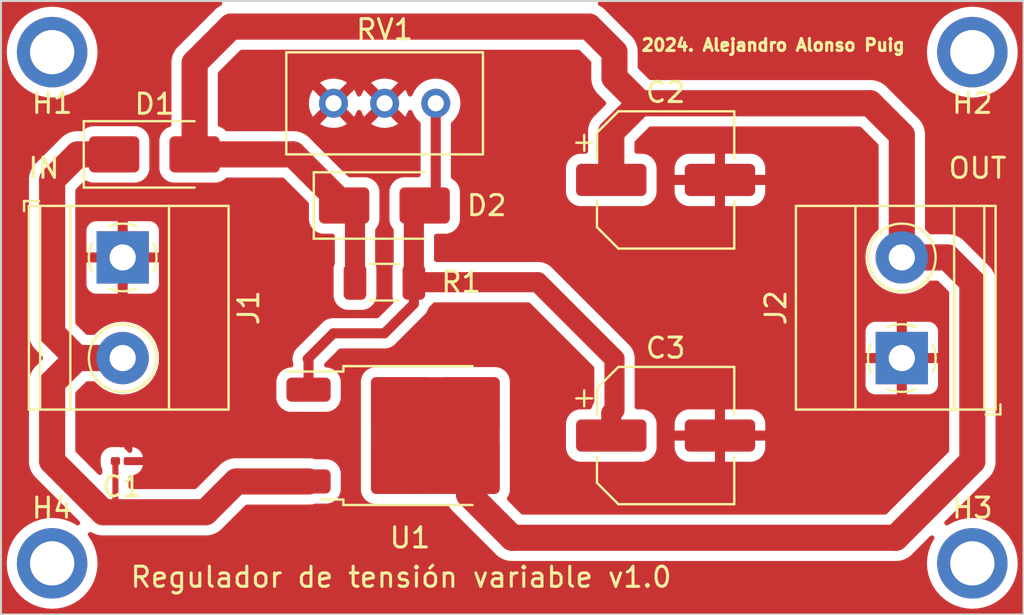
<source format=kicad_pcb>
(kicad_pcb (version 20221018) (generator pcbnew)
  (layers (0 "F.Cu" signal) (31 "B.Cu" signal) (34 "B.Paste" user) (35 "F.Paste" user) (36 "B.SilkS" user "B.Silkscreen") (37 "F.SilkS" user "F.Silkscreen") (38 "B.Mask" user) (39 "F.Mask" user) (44 "Edge.Cuts" user))
  (net 0 "")
  (net 1 "/V_IN")
  (net 2 "GND")
  (net 3 "/V_OUT")
  (net 4 "Net-(D2-A)")
  (footprint "Potentiometer_THT:Potentiometer_Bourns_3296W_Vertical" (layer "F.Cu") (at 161.3 77.47)
    (fp_text reference "RV1" (at -2.54 -3.66) (layer "F.SilkS"))
    (fp_text value "5k" hide)
    (fp_line (start -7.425 -2.53) (end -7.425 2.54) (stroke (width 0.12)) (layer "F.SilkS"))
    (fp_line (start -7.425 -2.53) (end 2.345 -2.53) (stroke (width 0.12)) (layer "F.SilkS"))
    (fp_line (start -7.425 2.54) (end 2.345 2.54) (stroke (width 0.12)) (layer "F.SilkS"))
    (fp_line (start 2.345 -2.53) (end 2.345 2.54) (stroke (width 0.12)) (layer "F.SilkS"))
    (pad "1" thru_hole circle (at 0 0) (size 1.44 1.44) (drill 0.8) (layers "*.Cu" "*.Mask") (net 4 "Net-(D2-A)"))
    (pad "2" thru_hole circle (at -2.54 0) (size 1.44 1.44) (drill 0.8) (layers "*.Cu" "*.Mask") (net 2 "GND"))
    (pad "3" thru_hole circle (at -5.08 0) (size 1.44 1.44) (drill 0.8) (layers "*.Cu" "*.Mask") (net 2 "GND"))
  )
  (footprint "TerminalBlock_Phoenix:TerminalBlock_Phoenix_MKDS-1,5-2_1x02_P5.00mm_Horizontal" (layer "F.Cu") (at 145.745 85.13 -90)
    (fp_text reference "J1" (at 2.5 -6.26 90) (layer "F.SilkS"))
    (fp_text value "Screw_Terminal_01x02" hide)
    (fp_line (start -2.8 4.16) (end -2.8 4.9) (stroke (width 0.12)) (layer "F.SilkS"))
    (fp_line (start -2.8 4.9) (end -2.3 4.9) (stroke (width 0.12)) (layer "F.SilkS"))
    (fp_line (start -2.56 -5.261) (end -2.56 4.66) (stroke (width 0.12)) (layer "F.SilkS"))
    (fp_line (start -2.56 -5.261) (end 7.56 -5.261) (stroke (width 0.12)) (layer "F.SilkS"))
    (fp_line (start -2.56 -2.301) (end 7.56 -2.301) (stroke (width 0.12)) (layer "F.SilkS"))
    (fp_line (start -2.56 2.6) (end 7.56 2.6) (stroke (width 0.12)) (layer "F.SilkS"))
    (fp_line (start -2.56 4.1) (end 7.56 4.1) (stroke (width 0.12)) (layer "F.SilkS"))
    (fp_line (start -2.56 4.66) (end 7.56 4.66) (stroke (width 0.12)) (layer "F.SilkS"))
    (fp_line (start 3.773 1.023) (end 3.726 1.069) (stroke (width 0.12)) (layer "F.SilkS"))
    (fp_line (start 3.966 1.239) (end 3.931 1.274) (stroke (width 0.12)) (layer "F.SilkS"))
    (fp_line (start 6.07 -1.275) (end 6.035 -1.239) (stroke (width 0.12)) (layer "F.SilkS"))
    (fp_line (start 6.275 -1.069) (end 6.228 -1.023) (stroke (width 0.12)) (layer "F.SilkS"))
    (fp_line (start 7.56 -5.261) (end 7.56 4.66) (stroke (width 0.12)) (layer "F.SilkS"))
    (fp_arc (start -1.535427 0.683042) (mid -1.680501 -0.000524) (end -1.535 -0.684) (stroke (width 0.12)) (layer "F.SilkS"))
    (fp_arc (start -0.683042 -1.535427) (mid 0.000524 -1.680501) (end 0.684 -1.535) (stroke (width 0.12)) (layer "F.SilkS"))
    (fp_arc (start 0.028805 1.680253) (mid -0.335551 1.646659) (end -0.684 1.535) (stroke (width 0.12)) (layer "F.SilkS"))
    (fp_arc (start 0.683318 1.534756) (mid 0.349292 1.643288) (end 0 1.68) (stroke (width 0.12)) (layer "F.SilkS"))
    (fp_arc (start 1.535427 -0.683042) (mid 1.680501 0.000524) (end 1.535 0.684) (stroke (width 0.12)) (layer "F.SilkS"))
    (fp_circle (center 5 0) (end 6.68 0) (stroke (width 0.12)) (fill none) (layer "F.SilkS"))
    (pad "1" thru_hole rect (at 0 0 270) (size 2.6 2.6) (drill 1.3) (layers "*.Cu" "*.Mask") (net 2 "GND"))
    (pad "2" thru_hole circle (at 5 0 270) (size 2.6 2.6) (drill 1.3) (layers "*.Cu" "*.Mask") (net 1 "/V_IN"))
  )
  (footprint "MountingHole:MountingHole_2.2mm_M2_ISO7380_Pad" (layer "F.Cu") (at 142.24 74.93)
    (fp_text reference "H1" (at 0 2.54) (layer "F.SilkS"))
    (fp_text value "MountingHole_2.2mm_M2_ISO7380_Pad" hide)
    (pad "1" thru_hole circle (at 0 0) (size 3.5 3.5) (drill 2.2) (layers "*.Cu" "*.Mask"))
  )
  (footprint "Capacitor_SMD:C_0201_0603Metric" (layer "F.Cu") (at 145.705 95.25)
    (fp_text reference "C1" (at 0 1.27) (layer "F.SilkS"))
    (fp_text value "0.1u" hide)
    (pad "1" smd roundrect (at -0.32 0) (size 0.46 0.4) (layers "F.Cu" "F.Mask") (net 1 "/V_IN"))
    (pad "2" smd roundrect (at 0.32 0) (size 0.46 0.4) (layers "F.Cu" "F.Mask") (net 2 "GND"))
  )
  (footprint "Diode_SMD:D_SMA" (layer "F.Cu") (at 147.32 80.01)
    (fp_text reference "D1" (at 0 -2.5) (layer "F.SilkS"))
    (fp_text value "1N4001" hide)
    (fp_line (start -3.51 -1.65) (end -3.51 1.65) (stroke (width 0.12)) (layer "F.SilkS"))
    (fp_line (start -3.51 -1.65) (end 2 -1.65) (stroke (width 0.12)) (layer "F.SilkS"))
    (fp_line (start -3.51 1.65) (end 2 1.65) (stroke (width 0.12)) (layer "F.SilkS"))
    (pad "1" smd roundrect (at -2 0) (size 2.5 1.8) (layers "F.Cu" "F.Paste" "F.Mask") (roundrect_rratio 0.1388888889) (net 1 "/V_IN"))
    (pad "2" smd roundrect (at 2 0) (size 2.5 1.8) (layers "F.Cu" "F.Paste" "F.Mask") (roundrect_rratio 0.1388888889) (net 3 "/V_OUT"))
  )
  (footprint "MountingHole:MountingHole_2.2mm_M2_ISO7380_Pad" (layer "F.Cu") (at 142.24 100.33)
    (fp_text reference "H4" (at 0 -2.75) (layer "F.SilkS"))
    (fp_text value "MountingHole_2.2mm_M2_ISO7380_Pad" hide)
    (pad "4" thru_hole circle (at 0 0) (size 3.5 3.5) (drill 2.2) (layers "*.Cu" "*.Mask"))
  )
  (footprint "Package_TO_SOT_SMD:TO-252-2" (layer "F.Cu") (at 160.02 93.98)
    (fp_text reference "U1" (at 0 5.08) (layer "F.SilkS"))
    (fp_text value "LM317_TO-252" hide)
    (fp_line (start -3.31 -3.45) (end -3.31 -3.18) (stroke (width 0.12)) (layer "F.SilkS"))
    (fp_line (start -3.31 -3.18) (end -6.14 -3.18) (stroke (width 0.12)) (layer "F.SilkS"))
    (fp_line (start -3.31 3.18) (end -4.41 3.18) (stroke (width 0.12)) (layer "F.SilkS"))
    (fp_line (start -3.31 3.45) (end -3.31 3.18) (stroke (width 0.12)) (layer "F.SilkS"))
    (fp_line (start 3.11 -3.45) (end -3.31 -3.45) (stroke (width 0.12)) (layer "F.SilkS"))
    (fp_line (start 3.11 3.45) (end -3.31 3.45) (stroke (width 0.12)) (layer "F.SilkS"))
    (pad "1" smd roundrect (at -5.04 -2.28) (size 2.2 1.2) (layers "F.Cu" "F.Paste" "F.Mask") (roundrect_rratio 0.208333) (net 4 "Net-(D2-A)"))
    (pad "2" smd roundrect (at -0.415 -1.525) (size 3.05 2.75) (layers "F.Cu" "F.Paste") (roundrect_rratio 0.090909) (net 3 "/V_OUT"))
    (pad "2" smd roundrect (at -0.415 1.525) (size 3.05 2.75) (layers "F.Cu" "F.Paste") (roundrect_rratio 0.090909) (net 3 "/V_OUT"))
    (pad "2" smd roundrect (at 1.26 0) (size 6.4 5.8) (layers "F.Cu" "F.Mask") (roundrect_rratio 0.043103) (net 3 "/V_OUT"))
    (pad "2" smd roundrect (at 2.935 -1.525) (size 3.05 2.75) (layers "F.Cu" "F.Paste") (roundrect_rratio 0.090909) (net 3 "/V_OUT"))
    (pad "2" smd roundrect (at 2.935 1.525) (size 3.05 2.75) (layers "F.Cu" "F.Paste") (roundrect_rratio 0.090909) (net 3 "/V_OUT"))
    (pad "3" smd roundrect (at -5.04 2.28) (size 2.2 1.2) (layers "F.Cu" "F.Paste" "F.Mask") (roundrect_rratio 0.208333) (net 1 "/V_IN"))
  )
  (footprint "Capacitor_SMD:CP_Elec_6.3x5.8" (layer "F.Cu") (at 172.72 81.28)
    (fp_text reference "C2" (at 0 -4.35) (layer "F.SilkS"))
    (fp_text value "1u" hide)
    (fp_line (start -4.4375 -1.8475) (end -3.65 -1.8475) (stroke (width 0.12)) (layer "F.SilkS"))
    (fp_line (start -4.04375 -2.24125) (end -4.04375 -1.45375) (stroke (width 0.12)) (layer "F.SilkS"))
    (fp_line (start -3.41 -2.345563) (end -3.41 -1.06) (stroke (width 0.12)) (layer "F.SilkS"))
    (fp_line (start -3.41 -2.345563) (end -2.345563 -3.41) (stroke (width 0.12)) (layer "F.SilkS"))
    (fp_line (start -3.41 2.345563) (end -3.41 1.06) (stroke (width 0.12)) (layer "F.SilkS"))
    (fp_line (start -3.41 2.345563) (end -2.345563 3.41) (stroke (width 0.12)) (layer "F.SilkS"))
    (fp_line (start -2.345563 -3.41) (end 3.41 -3.41) (stroke (width 0.12)) (layer "F.SilkS"))
    (fp_line (start -2.345563 3.41) (end 3.41 3.41) (stroke (width 0.12)) (layer "F.SilkS"))
    (fp_line (start 3.41 -3.41) (end 3.41 -1.06) (stroke (width 0.12)) (layer "F.SilkS"))
    (fp_line (start 3.41 3.41) (end 3.41 1.06) (stroke (width 0.12)) (layer "F.SilkS"))
    (pad "1" smd roundrect (at -2.7 0) (size 3.5 1.6) (layers "F.Cu" "F.Paste" "F.Mask") (roundrect_rratio 0.15625) (net 3 "/V_OUT"))
    (pad "2" smd roundrect (at 2.7 0) (size 3.5 1.6) (layers "F.Cu" "F.Paste" "F.Mask") (roundrect_rratio 0.15625) (net 2 "GND"))
  )
  (footprint "MountingHole:MountingHole_2.2mm_M2_ISO7380_Pad" (layer "F.Cu") (at 187.96 74.93)
    (fp_text reference "H2" (at 0 2.54) (layer "F.SilkS"))
    (fp_text value "MountingHole_2.2mm_M2_ISO7380_Pad" hide)
    (pad "2" thru_hole circle (at 0 0) (size 3.5 3.5) (drill 2.2) (layers "*.Cu" "*.Mask"))
  )
  (footprint "TerminalBlock_Phoenix:TerminalBlock_Phoenix_MKDS-1,5-2_1x02_P5.00mm_Horizontal" (layer "F.Cu") (at 184.455 90.13 90)
    (fp_text reference "J2" (at 2.5 -6.26 90) (layer "F.SilkS"))
    (fp_text value "Screw_Terminal_01x02" hide)
    (fp_line (start -2.8 4.16) (end -2.8 4.9) (stroke (width 0.12)) (layer "F.SilkS"))
    (fp_line (start -2.8 4.9) (end -2.3 4.9) (stroke (width 0.12)) (layer "F.SilkS"))
    (fp_line (start -2.56 -5.261) (end -2.56 4.66) (stroke (width 0.12)) (layer "F.SilkS"))
    (fp_line (start -2.56 -5.261) (end 7.56 -5.261) (stroke (width 0.12)) (layer "F.SilkS"))
    (fp_line (start -2.56 -2.301) (end 7.56 -2.301) (stroke (width 0.12)) (layer "F.SilkS"))
    (fp_line (start -2.56 2.6) (end 7.56 2.6) (stroke (width 0.12)) (layer "F.SilkS"))
    (fp_line (start -2.56 4.1) (end 7.56 4.1) (stroke (width 0.12)) (layer "F.SilkS"))
    (fp_line (start -2.56 4.66) (end 7.56 4.66) (stroke (width 0.12)) (layer "F.SilkS"))
    (fp_line (start 3.773 1.023) (end 3.726 1.069) (stroke (width 0.12)) (layer "F.SilkS"))
    (fp_line (start 3.966 1.239) (end 3.931 1.274) (stroke (width 0.12)) (layer "F.SilkS"))
    (fp_line (start 6.07 -1.275) (end 6.035 -1.239) (stroke (width 0.12)) (layer "F.SilkS"))
    (fp_line (start 6.275 -1.069) (end 6.228 -1.023) (stroke (width 0.12)) (layer "F.SilkS"))
    (fp_line (start 7.56 -5.261) (end 7.56 4.66) (stroke (width 0.12)) (layer "F.SilkS"))
    (fp_arc (start -1.535427 0.683042) (mid -1.680501 -0.000524) (end -1.535 -0.684) (stroke (width 0.12)) (layer "F.SilkS"))
    (fp_arc (start -0.683042 -1.535427) (mid 0.000524 -1.680501) (end 0.684 -1.535) (stroke (width 0.12)) (layer "F.SilkS"))
    (fp_arc (start 0.028805 1.680253) (mid -0.335551 1.646659) (end -0.684 1.535) (stroke (width 0.12)) (layer "F.SilkS"))
    (fp_arc (start 0.683318 1.534756) (mid 0.349292 1.643288) (end 0 1.68) (stroke (width 0.12)) (layer "F.SilkS"))
    (fp_arc (start 1.535427 -0.683042) (mid 1.680501 0.000524) (end 1.535 0.684) (stroke (width 0.12)) (layer "F.SilkS"))
    (fp_circle (center 5 0) (end 6.68 0) (stroke (width 0.12)) (fill none) (layer "F.SilkS"))
    (pad "1" thru_hole rect (at 0 0 90) (size 2.6 2.6) (drill 1.3) (layers "*.Cu" "*.Mask") (net 2 "GND"))
    (pad "2" thru_hole circle (at 5 0 90) (size 2.6 2.6) (drill 1.3) (layers "*.Cu" "*.Mask") (net 3 "/V_OUT"))
  )
  (footprint "Resistor_SMD:R_1206_3216Metric" (layer "F.Cu") (at 158.75 86.36)
    (fp_text reference "R1" (at 3.81 0) (layer "F.SilkS"))
    (fp_text value "240" hide)
    (fp_line (start -0.727064 -0.91) (end 0.727064 -0.91) (stroke (width 0.12)) (layer "F.SilkS"))
    (fp_line (start -0.727064 0.91) (end 0.727064 0.91) (stroke (width 0.12)) (layer "F.SilkS"))
    (pad "1" smd roundrect (at -1.4625 0) (size 1.125 1.75) (layers "F.Cu" "F.Paste" "F.Mask") (roundrect_rratio 0.222222) (net 3 "/V_OUT"))
    (pad "2" smd roundrect (at 1.4625 0) (size 1.125 1.75) (layers "F.Cu" "F.Paste" "F.Mask") (roundrect_rratio 0.222222) (net 4 "Net-(D2-A)"))
  )
  (footprint "Diode_SMD:D_SMA" (layer "F.Cu") (at 158.75 82.55)
    (fp_text reference "D2" (at 5.08 0) (layer "F.SilkS"))
    (fp_text value "1N4001" hide)
    (fp_line (start -3.51 -1.65) (end -3.51 1.65) (stroke (width 0.12)) (layer "F.SilkS"))
    (fp_line (start -3.51 -1.65) (end 2 -1.65) (stroke (width 0.12)) (layer "F.SilkS"))
    (fp_line (start -3.51 1.65) (end 2 1.65) (stroke (width 0.12)) (layer "F.SilkS"))
    (pad "1" smd roundrect (at -2 0) (size 2.5 1.8) (layers "F.Cu" "F.Paste" "F.Mask") (roundrect_rratio 0.1388888889) (net 3 "/V_OUT"))
    (pad "2" smd roundrect (at 2 0) (size 2.5 1.8) (layers "F.Cu" "F.Paste" "F.Mask") (roundrect_rratio 0.1388888889) (net 4 "Net-(D2-A)"))
  )
  (footprint "MountingHole:MountingHole_2.2mm_M2_ISO7380_Pad" (layer "F.Cu") (at 187.96 100.33)
    (fp_text reference "H3" (at 0 -2.75) (layer "F.SilkS"))
    (fp_text value "MountingHole_2.2mm_M2_ISO7380_Pad" hide)
    (pad "3" thru_hole circle (at 0 0) (size 3.5 3.5) (drill 2.2) (layers "*.Cu" "*.Mask"))
  )
  (footprint "Capacitor_SMD:CP_Elec_6.3x5.8" (layer "F.Cu") (at 172.72 93.98)
    (fp_text reference "C3" (at 0 -4.35) (layer "F.SilkS"))
    (fp_text value "10u" hide)
    (fp_line (start -4.4375 -1.8475) (end -3.65 -1.8475) (stroke (width 0.12)) (layer "F.SilkS"))
    (fp_line (start -4.04375 -2.24125) (end -4.04375 -1.45375) (stroke (width 0.12)) (layer "F.SilkS"))
    (fp_line (start -3.41 -2.345563) (end -3.41 -1.06) (stroke (width 0.12)) (layer "F.SilkS"))
    (fp_line (start -3.41 -2.345563) (end -2.345563 -3.41) (stroke (width 0.12)) (layer "F.SilkS"))
    (fp_line (start -3.41 2.345563) (end -3.41 1.06) (stroke (width 0.12)) (layer "F.SilkS"))
    (fp_line (start -3.41 2.345563) (end -2.345563 3.41) (stroke (width 0.12)) (layer "F.SilkS"))
    (fp_line (start -2.345563 -3.41) (end 3.41 -3.41) (stroke (width 0.12)) (layer "F.SilkS"))
    (fp_line (start -2.345563 3.41) (end 3.41 3.41) (stroke (width 0.12)) (layer "F.SilkS"))
    (fp_line (start 3.41 -3.41) (end 3.41 -1.06) (stroke (width 0.12)) (layer "F.SilkS"))
    (fp_line (start 3.41 3.41) (end 3.41 1.06) (stroke (width 0.12)) (layer "F.SilkS"))
    (pad "1" smd roundrect (at -2.7 0) (size 3.5 1.6) (layers "F.Cu" "F.Paste" "F.Mask") (roundrect_rratio 0.15625) (net 4 "Net-(D2-A)"))
    (pad "2" smd roundrect (at 2.7 0) (size 3.5 1.6) (layers "F.Cu" "F.Paste" "F.Mask") (roundrect_rratio 0.15625) (net 2 "GND"))
  )
  (gr_line (start 190.5 102.87) (end 139.7 102.87) (stroke (width 0.1)) (layer "Edge.Cuts"))
  (gr_line (start 139.7 102.87) (end 139.7 72.39) (stroke (width 0.1)) (layer "Edge.Cuts"))
  (gr_line (start 139.7 72.39) (end 190.5 72.39) (stroke (width 0.1)) (layer "Edge.Cuts"))
  (gr_line (start 190.5 72.39) (end 190.5 102.87) (stroke (width 0.1)) (layer "Edge.Cuts"))
  (gr_text "Regulador de tensión variable v1.0" (at 146.05 101.6) (layer "F.SilkS") (effects (font (size 1 1)) (justify left bottom)))
  (gr_text "OUT" (at 186.69 81.28) (layer "F.SilkS") (effects (font (size 1 1)) (justify left bottom)))
  (gr_text "IN" (at 140.97 81.28) (layer "F.SilkS") (effects (font (size 1 1)) (justify left bottom)))
  (gr_text "2024. Alejandro Alonso Puig" (at 171.45 74.93) (layer "F.SilkS") (effects (font (size 0.6 0.6)) (justify left bottom)))
  (segment (start 151.39 96.26) (end 149.86 97.79) (width 1.3) (layer "F.Cu") (net 1))
  (segment (start 145.385 97.185) (end 144.78 97.79) (width 0.3) (layer "F.Cu") (net 1))
  (segment (start 143.47 90.13) (end 145.745 90.13) (width 1.3) (layer "F.Cu") (net 1))
  (segment (start 142.24 91.36) (end 143.47 90.13) (width 1.3) (layer "F.Cu") (net 1))
  (segment (start 142.24 95.25) (end 142.24 91.36) (width 1.3) (layer "F.Cu") (net 1))
  (segment (start 149.86 97.79) (end 144.78 97.79) (width 1.3) (layer "F.Cu") (net 1))
  (segment (start 145.385 90.49) (end 145.745 90.13) (width 0.25) (layer "F.Cu") (net 1))
  (segment (start 143.51 80.01) (end 142.24 81.28) (width 1.3) (layer "F.Cu") (net 1))
  (segment (start 144.78 97.79) (end 142.24 95.25) (width 1.3) (layer "F.Cu") (net 1))
  (segment (start 154.98 96.26) (end 151.39 96.26) (width 1.3) (layer "F.Cu") (net 1))
  (segment (start 145.32 80.01) (end 143.51 80.01) (width 1.3) (layer "F.Cu") (net 1))
  (segment (start 142.24 88.9) (end 143.47 90.13) (width 1.3) (layer "F.Cu") (net 1))
  (segment (start 142.24 81.28) (end 142.24 88.9) (width 1.3) (layer "F.Cu") (net 1))
  (segment (start 145.385 95.25) (end 145.385 97.185) (width 0.3) (layer "F.Cu") (net 1))
  (segment (start 149.32 80.01) (end 149.32 75.47) (width 1.3) (layer "F.Cu") (net 3))
  (segment (start 157.2875 86.36) (end 157.2875 83.0875) (width 1) (layer "F.Cu") (net 3))
  (segment (start 165.1 99.06) (end 162.955 96.915) (width 1.3) (layer "F.Cu") (net 3))
  (segment (start 184.455 85.13) (end 184.455 79.045) (width 1.3) (layer "F.Cu") (net 3))
  (segment (start 160.8122 93.6622) (end 159.605 92.455) (width 0.25) (layer "F.Cu") (net 3))
  (segment (start 154.21 80.01) (end 156.75 82.55) (width 1.3) (layer "F.Cu") (net 3))
  (segment (start 149.32 75.47) (end 151.13 73.66) (width 1.3) (layer "F.Cu") (net 3))
  (segment (start 168.91 73.66) (end 170.18 74.93) (width 1.3) (layer "F.Cu") (net 3))
  (segment (start 184.455 85.13) (end 186.73 85.13) (width 1.3) (layer "F.Cu") (net 3))
  (segment (start 162.955 92.455) (end 161.43 93.98) (width 0.25) (layer "F.Cu") (net 3))
  (segment (start 161.13 93.98) (end 160.8122 93.6622) (width 0.25) (layer "F.Cu") (net 3))
  (segment (start 170.18 76.2) (end 171.45 77.47) (width 1.3) (layer "F.Cu") (net 3))
  (segment (start 170.18 74.93) (end 170.18 76.2) (width 1.3) (layer "F.Cu") (net 3))
  (segment (start 162.955 95.505) (end 161.43 93.98) (width 0.25) (layer "F.Cu") (net 3))
  (segment (start 156.75 82.55) (end 155.9683 81.7683) (width 0.25) (layer "F.Cu") (net 3))
  (segment (start 182.88 77.47) (end 171.45 77.47) (width 1.3) (layer "F.Cu") (net 3))
  (segment (start 186.73 85.13) (end 187.96 86.36) (width 1.3) (layer "F.Cu") (net 3))
  (segment (start 171.45 77.47) (end 170.02 78.9) (width 1.3) (layer "F.Cu") (net 3))
  (segment (start 187.96 95.25) (end 184.15 99.06) (width 1.3) (layer "F.Cu") (net 3))
  (segment (start 187.96 86.36) (end 187.96 95.25) (width 1.3) (layer "F.Cu") (net 3))
  (segment (start 160.8122 93.6622) (end 159.605 94.8694) (width 0.25) (layer "F.Cu") (net 3))
  (segment (start 157.2875 83.0875) (end 156.75 82.55) (width 1) (layer "F.Cu") (net 3))
  (segment (start 184.455 79.045) (end 182.88 77.47) (width 1.3) (layer "F.Cu") (net 3))
  (segment (start 151.13 73.66) (end 168.91 73.66) (width 1.3) (layer "F.Cu") (net 3))
  (segment (start 170.02 78.9) (end 170.02 81.28) (width 1.3) (layer "F.Cu") (net 3))
  (segment (start 161.28 93.98) (end 161.13 93.98) (width 0.25) (layer "F.Cu") (net 3))
  (segment (start 159.605 94.8694) (end 159.605 95.505) (width 0.25) (layer "F.Cu") (net 3))
  (segment (start 149.32 80.01) (end 154.21 80.01) (width 1.3) (layer "F.Cu") (net 3))
  (segment (start 161.43 93.98) (end 161.28 93.98) (width 0.25) (layer "F.Cu") (net 3))
  (segment (start 162.955 96.915) (end 162.955 95.505) (width 1.3) (layer "F.Cu") (net 3))
  (segment (start 184.15 99.06) (end 165.1 99.06) (width 1.3) (layer "F.Cu") (net 3))
  (segment (start 161.3 77.47) (end 161.3 82) (width 0.5) (layer "F.Cu") (net 4))
  (segment (start 160.2125 86.36) (end 160.2125 87.4375) (width 0.5) (layer "F.Cu") (net 4))
  (segment (start 166.37 86.36) (end 170.18 90.17) (width 1) (layer "F.Cu") (net 4))
  (segment (start 160.2125 83.0875) (end 160.75 82.55) (width 1) (layer "F.Cu") (net 4))
  (segment (start 154.98 90.21) (end 154.98 91.7) (width 0.5) (layer "F.Cu") (net 4))
  (segment (start 160.2125 86.36) (end 160.2125 83.0875) (width 1) (layer "F.Cu") (net 4))
  (segment (start 170.18 90.17) (end 170.18 92.71) (width 1) (layer "F.Cu") (net 4))
  (segment (start 160.2125 87.4375) (end 158.75 88.9) (width 0.5) (layer "F.Cu") (net 4))
  (segment (start 161.3 82) (end 160.75 82.55) (width 0.5) (layer "F.Cu") (net 4))
  (segment (start 156.21 88.9) (end 154.94 90.17) (width 0.5) (layer "F.Cu") (net 4))
  (segment (start 154.94 90.17) (end 154.98 90.21) (width 0.5) (layer "F.Cu") (net 4))
  (segment (start 158.75 88.9) (end 156.21 88.9) (width 0.5) (layer "F.Cu") (net 4))
  (segment (start 170.02 92.87) (end 170.18 92.71) (width 1) (layer "F.Cu") (net 4))
  (segment (start 170.02 93.98) (end 170.02 92.87) (width 1) (layer "F.Cu") (net 4))
  (segment (start 160.2125 86.36) (end 166.37 86.36) (width 1) (layer "F.Cu") (net 4))
  (zone (net 2) (net_name "GND") (layer "F.Cu") (connect_pads (clearance 0.5)) (min_thickness 0.25) (fill yes (thermal_gap 0.5) (thermal_bridge_width 0.5))
    (polygon (pts (xy 139.7 72.39) (xy 190.5 72.39) (xy 190.5 102.87) (xy 139.7 102.87)))
  )
)
</source>
